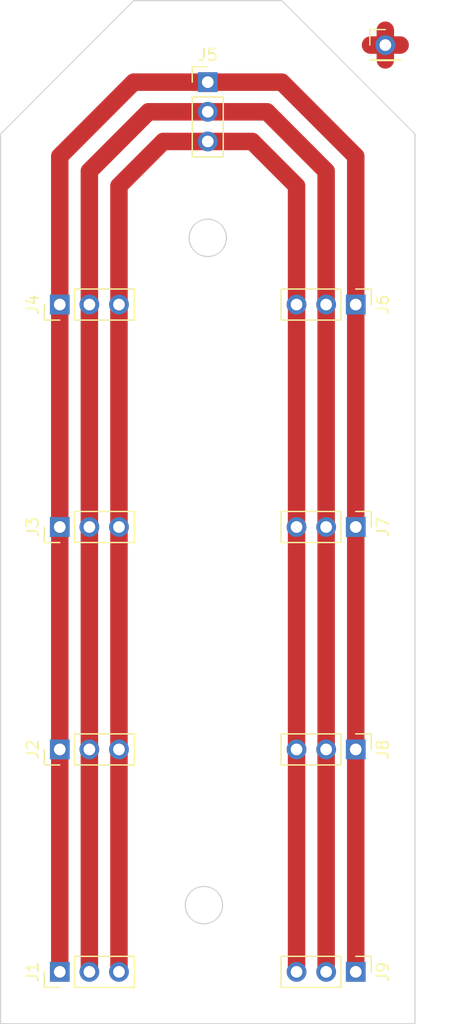
<source format=kicad_pcb>
(kicad_pcb (version 20221018) (generator pcbnew)
  (layers (0 "F.Cu" signal) (31 "B.Cu" signal) (34 "B.Paste" user) (35 "F.Paste" user) (36 "B.SilkS" user "B.Silkscreen") (37 "F.SilkS" user "F.Silkscreen") (38 "B.Mask" user) (39 "F.Mask" user) (44 "Edge.Cuts" user))
  (net 0 "")
  (net 1 "Net-(J1-Pin_1)")
  (net 2 "Net-(J1-Pin_2)")
  (net 3 "Net-(J1-Pin_3)")
  (net 4 "registration")
  (footprint "Connector_PinHeader_2.54mm:PinHeader_1x03_P2.54mm_Vertical" (layer "F.Cu") (at 48.26 104.775 90)
    (fp_text reference "J2" (at 0 -2.33 90) (layer "F.SilkS"))
    (fp_text value "Conn_01x03_Socket" hide)
    (fp_line (start -1.33 -1.33) (end 0 -1.33) (stroke (width 0.12)) (layer "F.SilkS"))
    (fp_line (start -1.33 0) (end -1.33 -1.33) (stroke (width 0.12)) (layer "F.SilkS"))
    (fp_line (start -1.33 1.27) (end -1.33 6.41) (stroke (width 0.12)) (layer "F.SilkS"))
    (fp_line (start -1.33 1.27) (end 1.33 1.27) (stroke (width 0.12)) (layer "F.SilkS"))
    (fp_line (start -1.33 6.41) (end 1.33 6.41) (stroke (width 0.12)) (layer "F.SilkS"))
    (fp_line (start 1.33 1.27) (end 1.33 6.41) (stroke (width 0.12)) (layer "F.SilkS"))
    (pad "1" thru_hole rect (at 0 0 90) (size 1.7 1.7) (drill 1) (layers "*.Cu" "*.Mask") (net 1 "Net-(J1-Pin_1)"))
    (pad "2" thru_hole oval (at 0 2.54 90) (size 1.7 1.7) (drill 1) (layers "*.Cu" "*.Mask") (net 2 "Net-(J1-Pin_2)"))
    (pad "3" thru_hole oval (at 0 5.08 90) (size 1.7 1.7) (drill 1) (layers "*.Cu" "*.Mask") (net 3 "Net-(J1-Pin_3)"))
  )
  (footprint "Connector_PinHeader_2.54mm:PinHeader_1x03_P2.54mm_Vertical" (layer "F.Cu") (at 73.66 66.675 -90)
    (fp_text reference "J6" (at 0 -2.33 90) (layer "F.SilkS"))
    (fp_text value "Conn_01x03_Socket" hide)
    (fp_line (start -1.33 -1.33) (end 0 -1.33) (stroke (width 0.12)) (layer "F.SilkS"))
    (fp_line (start -1.33 0) (end -1.33 -1.33) (stroke (width 0.12)) (layer "F.SilkS"))
    (fp_line (start -1.33 1.27) (end -1.33 6.41) (stroke (width 0.12)) (layer "F.SilkS"))
    (fp_line (start -1.33 1.27) (end 1.33 1.27) (stroke (width 0.12)) (layer "F.SilkS"))
    (fp_line (start -1.33 6.41) (end 1.33 6.41) (stroke (width 0.12)) (layer "F.SilkS"))
    (fp_line (start 1.33 1.27) (end 1.33 6.41) (stroke (width 0.12)) (layer "F.SilkS"))
    (pad "1" thru_hole rect (at 0 0 270) (size 1.7 1.7) (drill 1) (layers "*.Cu" "*.Mask") (net 1 "Net-(J1-Pin_1)"))
    (pad "2" thru_hole oval (at 0 2.54 270) (size 1.7 1.7) (drill 1) (layers "*.Cu" "*.Mask") (net 2 "Net-(J1-Pin_2)"))
    (pad "3" thru_hole oval (at 0 5.08 270) (size 1.7 1.7) (drill 1) (layers "*.Cu" "*.Mask") (net 3 "Net-(J1-Pin_3)"))
  )
  (footprint "Connector_PinHeader_2.54mm:PinHeader_1x03_P2.54mm_Vertical" (layer "F.Cu") (at 48.26 66.675 90)
    (fp_text reference "J4" (at 0 -2.33 90) (layer "F.SilkS"))
    (fp_text value "Conn_01x03_Socket" hide)
    (fp_line (start -1.33 -1.33) (end 0 -1.33) (stroke (width 0.12)) (layer "F.SilkS"))
    (fp_line (start -1.33 0) (end -1.33 -1.33) (stroke (width 0.12)) (layer "F.SilkS"))
    (fp_line (start -1.33 1.27) (end -1.33 6.41) (stroke (width 0.12)) (layer "F.SilkS"))
    (fp_line (start -1.33 1.27) (end 1.33 1.27) (stroke (width 0.12)) (layer "F.SilkS"))
    (fp_line (start -1.33 6.41) (end 1.33 6.41) (stroke (width 0.12)) (layer "F.SilkS"))
    (fp_line (start 1.33 1.27) (end 1.33 6.41) (stroke (width 0.12)) (layer "F.SilkS"))
    (pad "1" thru_hole rect (at 0 0 90) (size 1.7 1.7) (drill 1) (layers "*.Cu" "*.Mask") (net 1 "Net-(J1-Pin_1)"))
    (pad "2" thru_hole oval (at 0 2.54 90) (size 1.7 1.7) (drill 1) (layers "*.Cu" "*.Mask") (net 2 "Net-(J1-Pin_2)"))
    (pad "3" thru_hole oval (at 0 5.08 90) (size 1.7 1.7) (drill 1) (layers "*.Cu" "*.Mask") (net 3 "Net-(J1-Pin_3)"))
  )
  (footprint "Connector_PinHeader_2.54mm:PinHeader_1x03_P2.54mm_Vertical" (layer "F.Cu") (at 73.66 104.775 -90)
    (fp_text reference "J8" (at 0 -2.33 90) (layer "F.SilkS"))
    (fp_text value "Conn_01x03_Socket" hide)
    (fp_line (start -1.33 -1.33) (end 0 -1.33) (stroke (width 0.12)) (layer "F.SilkS"))
    (fp_line (start -1.33 0) (end -1.33 -1.33) (stroke (width 0.12)) (layer "F.SilkS"))
    (fp_line (start -1.33 1.27) (end -1.33 6.41) (stroke (width 0.12)) (layer "F.SilkS"))
    (fp_line (start -1.33 1.27) (end 1.33 1.27) (stroke (width 0.12)) (layer "F.SilkS"))
    (fp_line (start -1.33 6.41) (end 1.33 6.41) (stroke (width 0.12)) (layer "F.SilkS"))
    (fp_line (start 1.33 1.27) (end 1.33 6.41) (stroke (width 0.12)) (layer "F.SilkS"))
    (pad "1" thru_hole rect (at 0 0 270) (size 1.7 1.7) (drill 1) (layers "*.Cu" "*.Mask") (net 1 "Net-(J1-Pin_1)"))
    (pad "2" thru_hole oval (at 0 2.54 270) (size 1.7 1.7) (drill 1) (layers "*.Cu" "*.Mask") (net 2 "Net-(J1-Pin_2)"))
    (pad "3" thru_hole oval (at 0 5.08 270) (size 1.7 1.7) (drill 1) (layers "*.Cu" "*.Mask") (net 3 "Net-(J1-Pin_3)"))
  )
  (footprint "Connector_PinHeader_2.54mm:PinHeader_1x03_P2.54mm_Vertical" (layer "F.Cu") (at 73.66 123.825 -90)
    (fp_text reference "J9" (at 0 -2.33 90) (layer "F.SilkS"))
    (fp_text value "Conn_01x03_Socket" hide)
    (fp_line (start -1.33 -1.33) (end 0 -1.33) (stroke (width 0.12)) (layer "F.SilkS"))
    (fp_line (start -1.33 0) (end -1.33 -1.33) (stroke (width 0.12)) (layer "F.SilkS"))
    (fp_line (start -1.33 1.27) (end -1.33 6.41) (stroke (width 0.12)) (layer "F.SilkS"))
    (fp_line (start -1.33 1.27) (end 1.33 1.27) (stroke (width 0.12)) (layer "F.SilkS"))
    (fp_line (start -1.33 6.41) (end 1.33 6.41) (stroke (width 0.12)) (layer "F.SilkS"))
    (fp_line (start 1.33 1.27) (end 1.33 6.41) (stroke (width 0.12)) (layer "F.SilkS"))
    (pad "1" thru_hole rect (at 0 0 270) (size 1.7 1.7) (drill 1) (layers "*.Cu" "*.Mask") (net 1 "Net-(J1-Pin_1)"))
    (pad "2" thru_hole oval (at 0 2.54 270) (size 1.7 1.7) (drill 1) (layers "*.Cu" "*.Mask") (net 2 "Net-(J1-Pin_2)"))
    (pad "3" thru_hole oval (at 0 5.08 270) (size 1.7 1.7) (drill 1) (layers "*.Cu" "*.Mask") (net 3 "Net-(J1-Pin_3)"))
  )
  (footprint "Connector_PinHeader_2.54mm:PinHeader_1x01_P2.54mm_Vertical" (layer "F.Cu") (at 76.2 44.45)
    (fp_text reference "J10" hide)
    (fp_text value "Registration hole")
    (fp_line (start -1.33 -1.33) (end 0 -1.33) (stroke (width 0.12)) (layer "F.SilkS"))
    (fp_line (start -1.33 0) (end -1.33 -1.33) (stroke (width 0.12)) (layer "F.SilkS"))
    (fp_line (start -1.33 1.27) (end -1.33 1.33) (stroke (width 0.12)) (layer "F.SilkS"))
    (fp_line (start -1.33 1.27) (end 1.33 1.27) (stroke (width 0.12)) (layer "F.SilkS"))
    (fp_line (start -1.33 1.33) (end 1.33 1.33) (stroke (width 0.12)) (layer "F.SilkS"))
    (fp_line (start 1.33 1.27) (end 1.33 1.33) (stroke (width 0.12)) (layer "F.SilkS"))
    (pad "1" thru_hole circle (at 0 0) (size 1.7 1.7) (drill 1) (layers "*.Cu" "*.Mask") (net 4 "registration"))
  )
  (footprint "Connector_PinHeader_2.54mm:PinHeader_1x03_P2.54mm_Vertical" (layer "F.Cu") (at 48.26 85.725 90)
    (fp_text reference "J3" (at 0 -2.33 90) (layer "F.SilkS"))
    (fp_text value "Conn_01x03_Socket" hide)
    (fp_line (start -1.33 -1.33) (end 0 -1.33) (stroke (width 0.12)) (layer "F.SilkS"))
    (fp_line (start -1.33 0) (end -1.33 -1.33) (stroke (width 0.12)) (layer "F.SilkS"))
    (fp_line (start -1.33 1.27) (end -1.33 6.41) (stroke (width 0.12)) (layer "F.SilkS"))
    (fp_line (start -1.33 1.27) (end 1.33 1.27) (stroke (width 0.12)) (layer "F.SilkS"))
    (fp_line (start -1.33 6.41) (end 1.33 6.41) (stroke (width 0.12)) (layer "F.SilkS"))
    (fp_line (start 1.33 1.27) (end 1.33 6.41) (stroke (width 0.12)) (layer "F.SilkS"))
    (pad "1" thru_hole rect (at 0 0 90) (size 1.7 1.7) (drill 1) (layers "*.Cu" "*.Mask") (net 1 "Net-(J1-Pin_1)"))
    (pad "2" thru_hole oval (at 0 2.54 90) (size 1.7 1.7) (drill 1) (layers "*.Cu" "*.Mask") (net 2 "Net-(J1-Pin_2)"))
    (pad "3" thru_hole oval (at 0 5.08 90) (size 1.7 1.7) (drill 1) (layers "*.Cu" "*.Mask") (net 3 "Net-(J1-Pin_3)"))
  )
  (footprint "Connector_PinHeader_2.54mm:PinHeader_1x03_P2.54mm_Vertical" (layer "F.Cu") (at 48.26 123.825 90)
    (fp_text reference "J1" (at 0 -2.33 90) (layer "F.SilkS"))
    (fp_text value "Conn_01x03_Socket" hide)
    (fp_line (start -1.33 -1.33) (end 0 -1.33) (stroke (width 0.12)) (layer "F.SilkS"))
    (fp_line (start -1.33 0) (end -1.33 -1.33) (stroke (width 0.12)) (layer "F.SilkS"))
    (fp_line (start -1.33 1.27) (end -1.33 6.41) (stroke (width 0.12)) (layer "F.SilkS"))
    (fp_line (start -1.33 1.27) (end 1.33 1.27) (stroke (width 0.12)) (layer "F.SilkS"))
    (fp_line (start -1.33 6.41) (end 1.33 6.41) (stroke (width 0.12)) (layer "F.SilkS"))
    (fp_line (start 1.33 1.27) (end 1.33 6.41) (stroke (width 0.12)) (layer "F.SilkS"))
    (pad "1" thru_hole rect (at 0 0 90) (size 1.7 1.7) (drill 1) (layers "*.Cu" "*.Mask") (net 1 "Net-(J1-Pin_1)"))
    (pad "2" thru_hole oval (at 0 2.54 90) (size 1.7 1.7) (drill 1) (layers "*.Cu" "*.Mask") (net 2 "Net-(J1-Pin_2)"))
    (pad "3" thru_hole oval (at 0 5.08 90) (size 1.7 1.7) (drill 1) (layers "*.Cu" "*.Mask") (net 3 "Net-(J1-Pin_3)"))
  )
  (footprint "Connector_PinHeader_2.54mm:PinHeader_1x03_P2.54mm_Vertical" (layer "F.Cu") (at 60.96 47.625)
    (fp_text reference "J5" (at 0 -2.33) (layer "F.SilkS"))
    (fp_text value "Conn_01x03_Socket" hide)
    (fp_line (start -1.33 -1.33) (end 0 -1.33) (stroke (width 0.12)) (layer "F.SilkS"))
    (fp_line (start -1.33 0) (end -1.33 -1.33) (stroke (width 0.12)) (layer "F.SilkS"))
    (fp_line (start -1.33 1.27) (end -1.33 6.41) (stroke (width 0.12)) (layer "F.SilkS"))
    (fp_line (start -1.33 1.27) (end 1.33 1.27) (stroke (width 0.12)) (layer "F.SilkS"))
    (fp_line (start -1.33 6.41) (end 1.33 6.41) (stroke (width 0.12)) (layer "F.SilkS"))
    (fp_line (start 1.33 1.27) (end 1.33 6.41) (stroke (width 0.12)) (layer "F.SilkS"))
    (pad "1" thru_hole rect (at 0 0) (size 1.7 1.7) (drill 1) (layers "*.Cu" "*.Mask") (net 1 "Net-(J1-Pin_1)"))
    (pad "2" thru_hole oval (at 0 2.54) (size 1.7 1.7) (drill 1) (layers "*.Cu" "*.Mask") (net 2 "Net-(J1-Pin_2)"))
    (pad "3" thru_hole oval (at 0 5.08) (size 1.7 1.7) (drill 1) (layers "*.Cu" "*.Mask") (net 3 "Net-(J1-Pin_3)"))
  )
  (footprint "Connector_PinHeader_2.54mm:PinHeader_1x03_P2.54mm_Vertical" (layer "F.Cu") (at 73.66 85.725 -90)
    (fp_text reference "J7" (at 0 -2.33 90) (layer "F.SilkS"))
    (fp_text value "Conn_01x03_Socket" hide)
    (fp_line (start -1.33 -1.33) (end 0 -1.33) (stroke (width 0.12)) (layer "F.SilkS"))
    (fp_line (start -1.33 0) (end -1.33 -1.33) (stroke (width 0.12)) (layer "F.SilkS"))
    (fp_line (start -1.33 1.27) (end -1.33 6.41) (stroke (width 0.12)) (layer "F.SilkS"))
    (fp_line (start -1.33 1.27) (end 1.33 1.27) (stroke (width 0.12)) (layer "F.SilkS"))
    (fp_line (start -1.33 6.41) (end 1.33 6.41) (stroke (width 0.12)) (layer "F.SilkS"))
    (fp_line (start 1.33 1.27) (end 1.33 6.41) (stroke (width 0.12)) (layer "F.SilkS"))
    (pad "1" thru_hole rect (at 0 0 270) (size 1.7 1.7) (drill 1) (layers "*.Cu" "*.Mask") (net 1 "Net-(J1-Pin_1)"))
    (pad "2" thru_hole oval (at 0 2.54 270) (size 1.7 1.7) (drill 1) (layers "*.Cu" "*.Mask") (net 2 "Net-(J1-Pin_2)"))
    (pad "3" thru_hole oval (at 0 5.08 270) (size 1.7 1.7) (drill 1) (layers "*.Cu" "*.Mask") (net 3 "Net-(J1-Pin_3)"))
  )
  (gr_circle (center 60.96 60.96) (end 62.56 60.96) (stroke (width 0.1)) (fill none) (layer "Edge.Cuts"))
  (gr_circle (center 60.63 118.11) (end 62.23 118.11) (stroke (width 0.1)) (fill none) (layer "Edge.Cuts"))
  (gr_poly (pts (xy 78.74 128.27) (xy 43.18 128.27) (xy 43.18 52.07) (xy 54.61 40.64) (xy 67.31 40.64) (xy 78.74 52.07)) (stroke (width 0.1)) (fill none) (layer "Edge.Cuts"))
  (segment (start 48.26 123.825) (end 48.26 104.775) (width 1.5) (layer "F.Cu") (net 1))
  (segment (start 73.66 123.825) (end 73.66 104.775) (width 1.5) (layer "F.Cu") (net 1))
  (segment (start 67.31 47.625) (end 60.96 47.625) (width 1.5) (layer "F.Cu") (net 1))
  (segment (start 73.66 85.725) (end 73.66 66.675) (width 1.5) (layer "F.Cu") (net 1))
  (segment (start 48.26 85.725) (end 48.26 66.675) (width 1.5) (layer "F.Cu") (net 1))
  (segment (start 48.26 66.675) (end 48.26 53.975) (width 1.5) (layer "F.Cu") (net 1))
  (segment (start 48.26 53.975) (end 54.61 47.625) (width 1.5) (layer "F.Cu") (net 1))
  (segment (start 54.61 47.625) (end 60.96 47.625) (width 1.5) (layer "F.Cu") (net 1))
  (segment (start 73.66 66.675) (end 73.66 53.975) (width 1.5) (layer "F.Cu") (net 1))
  (segment (start 48.26 104.775) (end 48.26 85.725) (width 1.5) (layer "F.Cu") (net 1))
  (segment (start 73.66 104.775) (end 73.66 85.725) (width 1.5) (layer "F.Cu") (net 1))
  (segment (start 73.66 53.975) (end 67.31 47.625) (width 1.5) (layer "F.Cu") (net 1))
  (segment (start 50.8 66.675) (end 50.8 55.245) (width 1.5) (layer "F.Cu") (net 2))
  (segment (start 71.12 85.725) (end 71.12 104.775) (width 1.5) (layer "F.Cu") (net 2))
  (segment (start 50.8 85.725) (end 50.8 66.675) (width 1.5) (layer "F.Cu") (net 2))
  (segment (start 71.12 123.825) (end 71.12 104.775) (width 1.5) (layer "F.Cu") (net 2))
  (segment (start 55.88 50.165) (end 60.96 50.165) (width 1.5) (layer "F.Cu") (net 2))
  (segment (start 50.8 123.825) (end 50.8 104.775) (width 1.5) (layer "F.Cu") (net 2))
  (segment (start 50.8 55.245) (end 55.88 50.165) (width 1.5) (layer "F.Cu") (net 2))
  (segment (start 66.04 50.165) (end 60.96 50.165) (width 1.5) (layer "F.Cu") (net 2))
  (segment (start 50.8 104.775) (end 50.8 85.725) (width 1.5) (layer "F.Cu") (net 2))
  (segment (start 71.12 85.725) (end 71.12 66.675) (width 1.5) (layer "F.Cu") (net 2))
  (segment (start 71.12 55.245) (end 66.04 50.165) (width 1.5) (layer "F.Cu") (net 2))
  (segment (start 71.12 66.675) (end 71.12 55.245) (width 1.5) (layer "F.Cu") (net 2))
  (segment (start 64.77 52.705) (end 60.96 52.705) (width 1.5) (layer "F.Cu") (net 3))
  (segment (start 53.34 123.825) (end 53.34 104.775) (width 1.5) (layer "F.Cu") (net 3))
  (segment (start 53.34 85.725) (end 53.34 66.675) (width 1.5) (layer "F.Cu") (net 3))
  (segment (start 68.58 56.515) (end 64.77 52.705) (width 1.5) (layer "F.Cu") (net 3))
  (segment (start 53.34 56.515) (end 57.15 52.705) (width 1.5) (layer "F.Cu") (net 3))
  (segment (start 68.58 85.725) (end 68.58 66.675) (width 1.5) (layer "F.Cu") (net 3))
  (segment (start 68.58 123.825) (end 68.58 104.775) (width 1.5) (layer "F.Cu") (net 3))
  (segment (start 57.15 52.705) (end 60.96 52.705) (width 1.5) (layer "F.Cu") (net 3))
  (segment (start 68.58 66.675) (end 68.58 56.515) (width 1.5) (layer "F.Cu") (net 3))
  (segment (start 53.34 104.775) (end 53.34 85.725) (width 1.5) (layer "F.Cu") (net 3))
  (segment (start 68.58 104.775) (end 68.58 85.725) (width 1.5) (layer "F.Cu") (net 3))
  (segment (start 53.34 66.675) (end 53.34 56.515) (width 1.5) (layer "F.Cu") (net 3))
  (segment (start 76.2 44.45) (end 77.47 44.45) (width 1.5) (layer "F.Cu") (net 4))
  (segment (start 76.2 44.45) (end 76.2 45.72) (width 1.5) (layer "F.Cu") (net 4))
  (segment (start 76.2 44.45) (end 74.93 44.45) (width 1.5) (layer "F.Cu") (net 4))
  (segment (start 76.2 44.45) (end 76.2 43.18) (width 1.5) (layer "F.Cu") (net 4))
)
</source>
